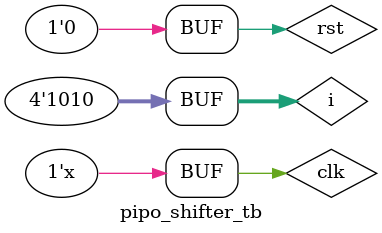
<source format=v>
module pipo_shifter(
    input[3:0] i, 
    input clk,
    input rst,
    output reg[3:0] q
    );
    always @(posedge clk) begin
        if(rst)begin 
            q <= 0;
         end
        else begin
            
            q[0] <= i[0];
            q[1] <= i[1];
            q[2] <= i[2];
            q[3] <= i[3];
        end
    end 
endmodule

module pipo_shifter_tb();
    reg clk=0, rst;
    reg[3:0] i;
    wire[3:0] q;
    pipo_shifter dut (i, clk, rst, q);

    always #5 clk=~clk;

    initial begin
        rst = 1; i = 0;  #10;
        rst = 0; i = 4'b1010; #10;
        
    end
endmodule



</source>
